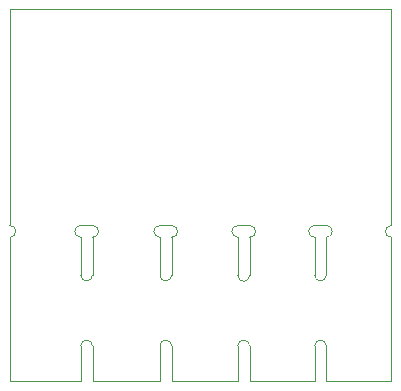
<source format=gbr>
G04 #@! TF.GenerationSoftware,KiCad,Pcbnew,(5.1.2)-1*
G04 #@! TF.CreationDate,2024-04-02T23:01:08+09:00*
G04 #@! TF.ProjectId,uf,75662e6b-6963-4616-945f-706362585858,v1.0*
G04 #@! TF.SameCoordinates,Original*
G04 #@! TF.FileFunction,Profile,NP*
%FSLAX46Y46*%
G04 Gerber Fmt 4.6, Leading zero omitted, Abs format (unit mm)*
G04 Created by KiCad (PCBNEW (5.1.2)-1) date 2024-04-02 23:01:08*
%MOMM*%
%LPD*%
G04 APERTURE LIST*
%ADD10C,0.050000*%
G04 APERTURE END LIST*
D10*
X154800000Y-141000000D02*
X154800000Y-138000000D01*
X153800000Y-138000000D02*
X153800000Y-141000000D01*
X154800000Y-132000000D02*
X154800000Y-128800000D01*
X153800000Y-128800000D02*
X153800000Y-132000000D01*
X148300000Y-132030000D02*
X148300000Y-128800000D01*
X147300000Y-128800000D02*
X147300000Y-132030000D01*
X148300000Y-141000000D02*
X148300000Y-138000000D01*
X147300000Y-140900000D02*
X147300000Y-141000000D01*
X147300000Y-138000000D02*
X147300000Y-140900000D01*
X141700000Y-141000000D02*
X141700000Y-138000000D01*
X140700000Y-138000000D02*
X140700000Y-141000000D01*
X141700000Y-132000000D02*
X141700000Y-128800000D01*
X140700000Y-128800000D02*
X140700000Y-132000000D01*
X135000000Y-132000000D02*
X135000000Y-128800000D01*
X134000000Y-128800000D02*
X134000000Y-132000000D01*
X135000000Y-141000000D02*
X135000000Y-138000000D01*
X134000000Y-138000000D02*
X134000000Y-141000000D01*
X154800000Y-141000000D02*
X160300000Y-141000000D01*
X148300000Y-141000000D02*
X153800000Y-141000000D01*
X141700000Y-141000000D02*
X147300000Y-141000000D01*
X135000000Y-141000000D02*
X140700000Y-141000000D01*
X128000000Y-141000000D02*
X134000000Y-141000000D01*
X135000000Y-127800000D02*
X134000000Y-127800000D01*
X140700000Y-127800000D02*
X141700000Y-127800000D01*
X147300000Y-127800000D02*
X148300000Y-127800000D01*
X154800000Y-127800000D02*
X153800000Y-127800000D01*
X160300000Y-128800000D02*
G75*
G02X160300000Y-127800000I0J500000D01*
G01*
X153800000Y-128800000D02*
G75*
G02X153800000Y-127800000I0J500000D01*
G01*
X154800000Y-127800000D02*
G75*
G02X154800000Y-128800000I0J-500000D01*
G01*
X148300000Y-127800000D02*
G75*
G02X148300000Y-128800000I0J-500000D01*
G01*
X147300000Y-128800000D02*
G75*
G02X147300000Y-127800000I0J500000D01*
G01*
X141700000Y-127800000D02*
G75*
G02X141700000Y-128800000I0J-500000D01*
G01*
X140700000Y-128800000D02*
G75*
G02X140700000Y-127800000I0J500000D01*
G01*
X135000000Y-127800000D02*
G75*
G02X135000000Y-128800000I0J-500000D01*
G01*
X134000000Y-128800000D02*
G75*
G02X134000000Y-127800000I0J500000D01*
G01*
X128000000Y-127800000D02*
G75*
G02X128000000Y-128800000I0J-500000D01*
G01*
X135000000Y-132000000D02*
G75*
G02X134000000Y-132000000I-500000J0D01*
G01*
X134000000Y-138000000D02*
G75*
G02X135000000Y-138000000I500000J0D01*
G01*
X140700000Y-138000000D02*
G75*
G02X141700000Y-138000000I500000J0D01*
G01*
X141700000Y-132000000D02*
G75*
G02X140700000Y-132000000I-500000J0D01*
G01*
X147300000Y-138000000D02*
G75*
G02X148300000Y-138000000I500000J0D01*
G01*
X148300000Y-132030000D02*
G75*
G02X147300000Y-132030000I-500000J0D01*
G01*
X153800000Y-138000000D02*
G75*
G02X154800000Y-138000000I500000J0D01*
G01*
X154800000Y-132000000D02*
G75*
G02X153800000Y-132000000I-500000J0D01*
G01*
X128000000Y-141000000D02*
X128000000Y-128800000D01*
X160300000Y-128800000D02*
X160300000Y-141000000D01*
X160300000Y-109500000D02*
X128000000Y-109500000D01*
X160300000Y-109500000D02*
X160300000Y-127800000D01*
X128000000Y-109500000D02*
X128000000Y-127800000D01*
M02*

</source>
